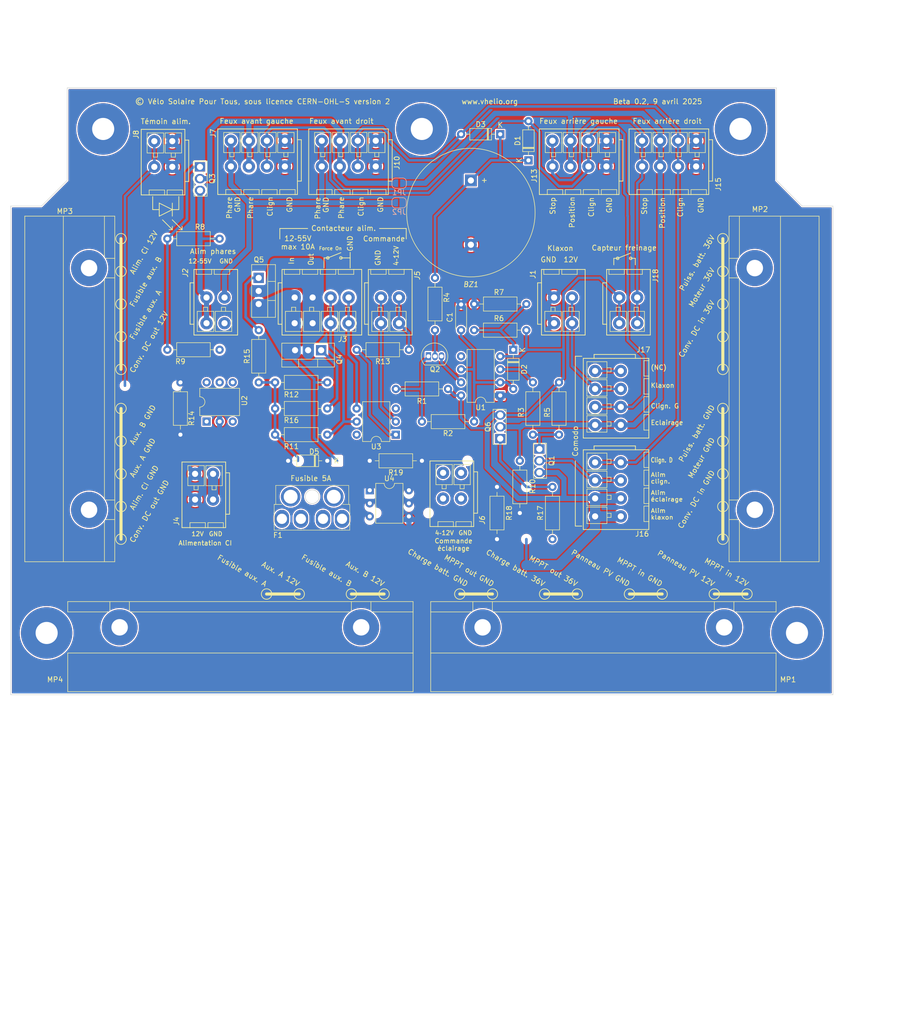
<source format=kicad_pcb>
(kicad_pcb (version 20211014) (generator pcbnew)

  (general
    (thickness 1.6)
  )

  (paper "A4")
  (layers
    (0 "F.Cu" signal)
    (31 "B.Cu" signal)
    (32 "B.Adhes" user "B.Adhesive")
    (33 "F.Adhes" user "F.Adhesive")
    (34 "B.Paste" user)
    (35 "F.Paste" user)
    (36 "B.SilkS" user "B.Silkscreen")
    (37 "F.SilkS" user "F.Silkscreen")
    (38 "B.Mask" user)
    (39 "F.Mask" user)
    (40 "Dwgs.User" user "User.Drawings")
    (41 "Cmts.User" user "User.Comments")
    (42 "Eco1.User" user "User.Eco1")
    (43 "Eco2.User" user "User.Eco2")
    (44 "Edge.Cuts" user)
    (45 "Margin" user)
    (46 "B.CrtYd" user "B.Courtyard")
    (47 "F.CrtYd" user "F.Courtyard")
    (48 "B.Fab" user)
    (49 "F.Fab" user)
    (50 "User.1" user)
    (51 "User.2" user)
    (52 "User.3" user)
    (53 "User.4" user)
    (54 "User.5" user)
    (55 "User.6" user)
    (56 "User.7" user)
    (57 "User.8" user)
    (58 "User.9" user)
  )

  (setup
    (stackup
      (layer "F.SilkS" (type "Top Silk Screen"))
      (layer "F.Paste" (type "Top Solder Paste"))
      (layer "F.Mask" (type "Top Solder Mask") (thickness 0.01))
      (layer "F.Cu" (type "copper") (thickness 0.035))
      (layer "dielectric 1" (type "core") (thickness 1.51) (material "FR4") (epsilon_r 4.5) (loss_tangent 0.02))
      (layer "B.Cu" (type "copper") (thickness 0.035))
      (layer "B.Mask" (type "Bottom Solder Mask") (thickness 0.01))
      (layer "B.Paste" (type "Bottom Solder Paste"))
      (layer "B.SilkS" (type "Bottom Silk Screen"))
      (copper_finish "None")
      (dielectric_constraints no)
    )
    (pad_to_mask_clearance 0)
    (pcbplotparams
      (layerselection 0x00010e0_ffffffff)
      (disableapertmacros false)
      (usegerberextensions false)
      (usegerberattributes true)
      (usegerberadvancedattributes true)
      (creategerberjobfile true)
      (svguseinch false)
      (svgprecision 6)
      (excludeedgelayer true)
      (plotframeref false)
      (viasonmask false)
      (mode 1)
      (useauxorigin false)
      (hpglpennumber 1)
      (hpglpenspeed 20)
      (hpglpendiameter 15.000000)
      (dxfpolygonmode true)
      (dxfimperialunits true)
      (dxfusepcbnewfont true)
      (psnegative false)
      (psa4output false)
      (plotreference true)
      (plotvalue true)
      (plotinvisibletext false)
      (sketchpadsonfab false)
      (subtractmaskfromsilk false)
      (outputformat 1)
      (mirror false)
      (drillshape 0)
      (scaleselection 1)
      (outputdirectory "")
    )
  )

  (net 0 "")
  (net 1 "GND")
  (net 2 "Net-(F1-Pad2)")
  (net 3 "Net-(D1-Pad2)")
  (net 4 "Net-(D3-Pad2)")
  (net 5 "/Phares")
  (net 6 "Net-(J13-Pad4)")
  (net 7 "Net-(J1-Pad2)")
  (net 8 "/Flasher/Out")
  (net 9 "unconnected-(J17-Pad1)")
  (net 10 "/12V_5A")
  (net 11 "/Flasher/Enable")
  (net 12 "/Contacteur Phares/Input")
  (net 13 "/Contacteur Phares/GND")
  (net 14 "/Contacteur Phares/Output")
  (net 15 "Net-(D4-Pad2)")
  (net 16 "/Conv12V_In.Vbatt")
  (net 17 "/Contacteur alim./Input")
  (net 18 "/Contacteur alim./SW_On")
  (net 19 "/Contacteur alim./GND")
  (net 20 "/Contacteur alim./Cmd_GND")
  (net 21 "/Contacteur alim./Cmd_On")
  (net 22 "/Contacteur Eclairage/Cmd_On")
  (net 23 "/Contacteur Eclairage/Cmd_GND")
  (net 24 "Net-(Q4-Pad1)")
  (net 25 "Net-(Q5-Pad1)")
  (net 26 "Net-(C1-Pad1)")
  (net 27 "Net-(D2-Pad1)")
  (net 28 "Net-(D5-Pad2)")
  (net 29 "Net-(Q1-Pad1)")
  (net 30 "Net-(Q2-Pad1)")
  (net 31 "Net-(Q2-Pad2)")
  (net 32 "Net-(Q2-Pad3)")
  (net 33 "Net-(Q3-Pad1)")
  (net 34 "Net-(Q6-Pad1)")
  (net 35 "Net-(R3-Pad1)")
  (net 36 "Net-(R9-Pad2)")
  (net 37 "Net-(R10-Pad1)")
  (net 38 "Net-(R13-Pad1)")
  (net 39 "Net-(R18-Pad2)")
  (net 40 "Net-(R19-Pad1)")
  (net 41 "unconnected-(U1-Pad5)")
  (net 42 "unconnected-(U2-Pad3)")
  (net 43 "unconnected-(U2-Pad6)")
  (net 44 "unconnected-(U3-Pad3)")
  (net 45 "unconnected-(U3-Pad6)")
  (net 46 "unconnected-(U4-Pad3)")
  (net 47 "unconnected-(U4-Pad6)")

  (footprint "circuit:Wago_221-500_SplicingConnectorHolder" (layer "F.Cu") (at 95.25 82.55 90))

  (footprint "circuit:MountingHole_5mm" (layer "F.Cu") (at 87 130))

  (footprint "Resistor_THT:R_Axial_DIN0207_L6.3mm_D2.5mm_P10.16mm_Horizontal" (layer "F.Cu") (at 147.32 74.93))

  (footprint "circuit:Buzzer_25x16_12.5" (layer "F.Cu") (at 169.545 42.01 -90))

  (footprint "Resistor_THT:R_Axial_DIN0207_L6.3mm_D2.5mm_P10.16mm_Horizontal" (layer "F.Cu") (at 174.625 101.6 -90))

  (footprint "Resistor_THT:R_Axial_DIN0207_L6.3mm_D2.5mm_P10.16mm_Horizontal" (layer "F.Cu") (at 180.34 71.12 180))

  (footprint "circuit:TO-220-3_Vertical" (layer "F.Cu") (at 140.415001 75.02 180))

  (footprint "circuit:Generic_FuseHolder_MINI" (layer "F.Cu") (at 144.475 107.805 180))

  (footprint "Resistor_THT:R_Axial_DIN0207_L6.3mm_D2.5mm_P10.16mm_Horizontal" (layer "F.Cu") (at 165.1 82.55 180))

  (footprint "Package_DIP:DIP-8_W7.62mm" (layer "F.Cu") (at 175.26 83.82 180))

  (footprint "circuit:TerminalBlock_Wago_2601-3102_1x02_P3.50mm_Vertical" (layer "F.Cu") (at 119.38 104.06 180))

  (footprint "Resistor_THT:R_Axial_DIN0207_L6.3mm_D2.5mm_P10.16mm_Horizontal" (layer "F.Cu") (at 160.02 88.9))

  (footprint "Resistor_THT:R_Axial_DIN0207_L6.3mm_D2.5mm_P10.16mm_Horizontal" (layer "F.Cu") (at 179.07 106.68 90))

  (footprint "circuit:MountingHole_5mm" (layer "F.Cu") (at 98 32))

  (footprint "circuit:TerminalBlock_Wago_2601-3104_1x04_P3.50mm_Vertical" (layer "F.Cu") (at 195.920004 39.29 180))

  (footprint "circuit:TO-251-3_Vertical" (layer "F.Cu") (at 182.88 94.23 -90))

  (footprint "Resistor_THT:R_Axial_DIN0207_L6.3mm_D2.5mm_P10.16mm_Horizontal" (layer "F.Cu") (at 110.49 74.93))

  (footprint "Diode_THT:D_DO-35_SOD27_P7.62mm_Horizontal" (layer "F.Cu") (at 141.605 96.52 180))

  (footprint "circuit:TerminalBlock_Wago_2601-3104_1x04_P3.50mm_Vertical" (layer "F.Cu") (at 213.370004 39.29 180))

  (footprint "circuit:TO-92L_Inline" (layer "F.Cu") (at 161.29 76.2))

  (footprint "circuit:MountingHole_5mm" (layer "F.Cu") (at 222 32))

  (footprint "Resistor_THT:R_Axial_DIN0207_L6.3mm_D2.5mm_P10.16mm_Horizontal" (layer "F.Cu") (at 131.445 86.36))

  (footprint "circuit:TerminalBlock_Wago_2601-3104_1x04_P3.50mm_Vertical" (layer "F.Cu") (at 133.35 39.29 180))

  (footprint "Diode_THT:D_DO-35_SOD27_P7.62mm_Horizontal" (layer "F.Cu") (at 175.26 33.02 180))

  (footprint "Resistor_THT:R_Axial_DIN0207_L6.3mm_D2.5mm_P10.16mm_Horizontal" (layer "F.Cu") (at 113.03 81.28 -90))

  (footprint "Diode_THT:D_DO-35_SOD27_P7.62mm_Horizontal" (layer "F.Cu") (at 177.8 74.93 -90))

  (footprint "Resistor_THT:R_Axial_DIN0207_L6.3mm_D2.5mm_P10.16mm_Horizontal" (layer "F.Cu") (at 181.61 81.28 -90))

  (footprint "Capacitor_THT:C_Disc_D4.3mm_W1.9mm_P5.00mm" (layer "F.Cu") (at 167.64 71.12 90))

  (footprint "Resistor_THT:R_Axial_DIN0207_L6.3mm_D2.5mm_P10.16mm_Horizontal" (layer "F.Cu") (at 162.56 71.12 90))

  (footprint "circuit:TerminalBlock_Wago_2601-3102_1x02_P3.50mm_Vertical" (layer "F.Cu") (at 152.055 64.77))

  (footprint "Diode_THT:D_DO-35_SOD27_P7.62mm_Horizontal" (layer "F.Cu") (at 180.75 38.1 90))

  (footprint "circuit:TerminalBlock_Wago_2601-3104_1x04_P3.50mm_Vertical" (layer "F.Cu") (at 198.7161 96.829996 -90))

  (footprint "circuit:TO-251-3_Vertical" (layer "F.Cu") (at 116.84 39.37 -90))

  (footprint "circuit:TerminalBlock_Wago_2601-3104_1x04_P3.50mm_Vertical" (layer "F.Cu") (at 135.255 64.77))

  (footprint "circuit:Wago_221-500_SplicingConnectorHolder" (layer "F.Cu") (at 224.79 82.55 -90))

  (footprint "Package_DIP:DIP-6_W7.62mm" (layer "F.Cu") (at 154.94 91.44 180))

  (footprint "circuit:MountingHole_5mm" (layer "F.Cu") (at 160 32))

  (footprint "circuit:TerminalBlock_Wago_2601-3102_1x02_P3.50mm_Vertical" (layer "F.Cu")
    (tedit 67E5B582) (tstamp ad280681-52bf-4c8b-ac2c-9709ca177a8f)
    (at 111.450003 39.37 180)
    (tags "Wago 2601-3102")
    (property "Sheetfile" "circuit.kicad_sch")
    (property "Sheetname" "")
    (path "/6e9cd9b5-2cb7-48b8-855f-32619e72c0d6")
    (attr through_hole)
    (fp_text reference "J8" (at 7.056003 5.334 90 unlocked) (layer "F.SilkS")
      (effects (font (size 1 1) (thickness 0.15)) (justify left))
      (tstamp 01e6719e-9dcc-49b4-83bd-29865c70ede1)
    )
    (fp_text value "Conn_Indicateur_Alim" (at 6.35 12.7 180 unlocked) (layer "F.Fab")
      (effects (font (size 1 1) (thickness 0.15)))
      (tstamp 226ba779-52a5-430e-8724-687eedb9994a)
    )
    (fp_text user "${REFERENCE}" (at -2.54 8.89 180 unlocked) (layer "F.Fab")
      (effects (font (size 1 1) (thickness 0.15)) (justify left))
      (tstamp 66b292fe-b076-4a06-a7c0-1ada692a3a1c)
    )
    (fp_line (start 0.200004 2.7) (end 0.200004 1.9) (layer "F.SilkS") (width 0.12) (tstamp 055344df-a143-4136-b771-d336538fb7af))
    (fp_line (start 6.050002 -5.449999) (end 6.050002 7.300001) (layer "F.SilkS") (width 0.1524) (tstamp 0bf7f6d2-f9ad-418f-a859-2bdac7c5ae6a))
    (fp_line (start 1.000004 -4.5) (end -1.999996 -4.5) (layer "F.SilkS") (width 0.12) (tstamp 172a5f2e-4b05-4695-a29c-fa4177c4b3cb))
    (fp_line (start -1.799996 2.7) (end 1.400004 2.7) (layer "F.SilkS") (width 0.12) (tstamp 2bda51c6-7fa4-46ce-ae16-9432d8e95181))
    (fp_line (start -2.449999 -5.449999) (end 6.050002 -5.449999) (layer "F.SilkS") (width 0.1524) (tstamp 2fe5d3e2-bddb-4587-bded-427cfce568b9))
    (fp_line (start -2.449998 -2.849999) (end -3.199999 -2.849999) (layer "F.SilkS") (width 0.1524) (tstamp 37130413-1809-47b9-8303-cea1ae047af6))
    (fp_line (start 1.400004 6.6) (end -1.799996 6.6) (layer "F.SilkS") (width 0.12) (tstamp 3e95dbad-cf0c-49ac-9feb-4e066d548718))
    (fp_line (start 1.500004 -4.5) (end 1.500004 -5.5) (layer "F.SilkS") (width 0.12) (tstamp 447f988c-93f8-4098-90d3-450e5b33e37e))
    (fp_line (start -2.449998 5.2) (end -3.199999 5.2) (layer "F.SilkS") (width 0.1524) (tstamp 480dd182-3993-417f-8df5-e200a1f80d68))
    (fp_line (start 1.700004 2.7) (end 4.900004 2.7) (layer "F.SilkS") (width 0.12) (tstamp 51a339e0-742b-4f55-ac2a-68cbce2af206))
    (fp_line (start 4.500004 -4.5) (end 1.500004 -4.5) (layer "F.SilkS") (width 0.12) (tstamp 5cc9ce62-9d95-47ab-92a1-556a194f8c63))
    (fp_line (start 4.900004 6.6) (end 1.700004 6.6) (layer "F.SilkS") (width 0.12) (tstamp 6b8e3659-a647-4450-8987-9cf793c52fd5))
    (fp_line (start -2.449999 7.300001) (end -2.449999 -5.449999) (layer "F.SilkS") (width 0.1524) (tstamp 6f53efb7-db48-45d9-80c1-507b9960ad08))
    (fp_line (start 3.700004 1.9) (end 2.900004 1.9) (layer "F.SilkS") (width 0.12) (tstamp 84bb1473-531d-4720-ba3b-1fc557b46054))
    (fp_line (start 4.900004 2.7) (end 4.900004 6.6) (layer "F.SilkS") (width 0.12) (tstamp 874081a4-b3f7-4615-9506-53da689e2116))
    (fp_line (start -1.999996 -4.5) (end -1.999996 -5.5) (layer "F.SilkS") (width 0.12) (tstamp 890b243b-b04d-4f29-ab51-41f7ecadcda7))
    (fp_line (start 1.400004 2.7) (end 1.400004 6.6) (layer "F.SilkS") (width 0.12) (tstamp 9a0efaaf-2136-4026-b3c2-edfb6e83a75f))
    (fp_line (start 1.000004 -5.5) (end 1.000004 -4.5) (layer "F.SilkS") (width 0.12) (tstamp aa41a8c3-0e56-44b4-a82b-0213f5a70b0a))
    (fp_line (start 3.700004 2.7) (end 3.700004 1.9) (layer "F.SilkS") (width 0.12) (tstamp c0508555-6424-4fad-9226-ea42a1633de9))
    (fp_line (start 2.900004 1.9) (end 2.900004 2.7) (layer "F.SilkS") (width 0.12) (tstamp c37f20c4-30c5-4386-b6e8-dfff5caa39b4))
    (fp_line (start 4.500004 -5.5) (end 4.500004 -4.5) (layer "F.SilkS") (width 0.12) (tstamp c3a8f970-2a4a-4a9c-b215-e4de5eebaf7d))
    (fp_line (start -1.799996 6.6) (end -1.799996 2.7) (layer "F.SilkS") (width 0.12) (tstamp cf2c6647-6755-4742-aaa1-c5903da09b5e))
    (fp_line (start -2.449999 7.300001) (end 6.050002 7.300001) (layer "F.SilkS") (width 0.1524) (tstamp d52c2de8-ba2b-4089-b214-05a4b7a1c4e9))
    (fp_line (start -3.199999 5.2) (end -3.199999 -2.849999) (layer "F.SilkS") (width 0.1524) (tstamp e7635299-8a9a-43d3-8b3b-95319ccda23b))
    (fp_line (start 0.200004 1.9) (end -0.599996 1.9) (layer "F.SilkS") (width 0.12) (tstamp eaa75a45-f2f9-4305-98ea-dd8a5d8f3404))
    (fp_line (start -0.599996 1.9) (end -0.599996 2.7) (layer "F.SilkS") (width 0.12) (tstamp f1ea6538-b56f-40f6-b846-910db16dc20a))
    (fp_line (start 1.700004 6.6) (end 1.700004 2.7) (layer "F.SilkS") (width 0.12) (tstamp fbb1d5ec-8996-4f56-8e52-da703f4d2e64))
    (fp_line (start -3.453998 7.554001) (end 6.304002 7.554001) (layer "F.CrtYd") (width 0.1524) (tstamp 036dd9cc-d33e-4cbc-95b3-3504fede4aec))
    (fp_line (start 6.304002 7.554001) (end 6.304002 -5.703999) (layer "F.CrtYd") (width 0.1524) (tstamp 2be1ad9c-f5ad-4393-8d1b-255265215f24))
    (fp_line (start 6.304002 -5.703999) (end -3.453998 -5.703999) (layer "F.CrtYd") (width 0.1524) (tstamp 46255798-4fe0-48db-95bb-e8657595928f))
    (fp_line (start -3.453998 -5.703999) (end -3.453998 7.554001) (layer "F.CrtYd") (width 0.1524) (tstamp fad1fd43-7d33-4667-863c-8ca08b2707f7))
    (fp_line (start 1.000004 -13.5) (end -1.999996 -13.5) (layer "F.Fab") (width 0.1) (tstamp 084b8c5d-9271-4ac8-85c9-4061ca2c5241))
    (fp_line (start -1.999996 -13.5) (end -1.999996 -5.5) (layer "F.Fab") (width 0.1) (tstamp 1e9e3dc3-60cb-4dbd-9950-5015d3a5554c))
    (fp_line (start -2.449999 -5.449999) (end 6.05 -5.45) (layer "F.Fab") (width 0.0254) (tstamp 20e0f39f-a516-4513-b954-687df20c7938))
    (fp_line (start 1.500004 -5.5) (end 4.500004 -5.5) (layer "F.Fab") (width 0.1) (tstamp 281e3047-1dee-4c1f-abcc-3ec78c07b9d2))
    (fp_line (start -2.449998 -2.849999) (end -3.199999 -2.849999) (layer "F.Fab") (width 0.0254) (tstamp 2838e18b-615f-4dc1-a560-afebf8a14ac0))
    (fp_line (start 1.500004 -13.5) (end 1.500004 -5.5) (layer "F.Fab") (width 0.1) (tstamp 375a73bc-0e9f-4b07-be05-baa0ea4834df))
    (fp_line (start -2.449999 7.300001) (end 6.05 7.3) (layer "F.Fab") (width 0.0254) (tstamp 47e7736f-c1e0-4e8f-9d69-5a42b72ff067))
    (fp_line (start 4.500004 -13.5) (end 1.500004 -13.5) (layer "F.Fab") (width 0.1) (tstamp 862dc70f-7dc2-4117-aa37-5ef6063c3df4))
    (fp_line (start -1.999996 -5.5) (end 1.000004 -5.5) (layer "F.Fab") (width 0.1) (tstamp a264b89d-0a12-4e75-9c30-5e3d238c19e2))
    (fp_line (start 4.500004 -5.5) (end 4.500004 -13.5) (layer "F.Fab") (width 0.1) (tstamp a57a00d3-d2f9-406e-8339-5cc2aa251b6a))
    (fp_line (start -3.199999 5.2) (end -3.199999 -2.849999) (layer "F.Fab") (width 0.0254) (tstamp c25e5526-d36c-4326-a80b-e065b988306c))
    (fp_line (start 6.05 -5.45) (end 6.05 7.3) (layer "F.Fab") (width 0.0254) (tstamp d70b3483-f6ee-4d0e-af72-efbabafa5502))
    (fp_line (start 1.000004 -5.5) (end 1.000004 -13.5) (layer "F.Fab") (width 0.1) (tstamp db13f834-9398-4491-8f81-d656a6ff9ec3))
    (fp_line (start -2.449998 5.2) (end -3.199999 5.2) (layer "F.Fab") (width 0.0254) (tstamp dca10a6c-b513-45f6-bfa6-c3d42471561a))
    (fp_line (start -2.449999 7.300001) (end -2.449999 -5.449999) (layer "F.Fab") (width 0.0254) (tstamp eb190e03-2594-4691-9d6e-1bfdf1facede))
    (pad "1" thru_hole circle (at 0 5 180) (size 2.4 2.4) (drill 1.2) (layers *.Cu *.Mask)
      (net 1 "GND") (pinfunction "-") (pintype "power_in") (tstamp 10bcd881-4b05-4ea6-bdb8-d4bc42a44033))
    (pad "1" thru_hole circle (at 0 0 180) (size 2.4 2.4) (drill 1.2) (layers *.Cu *.Mask)
      (net 1 "GND") (pinfunction "-") (pintype "power_in") (tstamp 52477310-b288-4772-903b-6aa290fc40f8))
    (pad "2" thru_hole circle (at 3.500003 0 180) (size 2.4 2.4) (drill 1.2) (layers *.Cu *.Mask)
      (net 15 "Net-(D4-Pad2)") (pinfunction "+") (pintype "passive") (tstamp 51b7dceb-af3a-4949-9f3e-1faf1dfec020))
    (pad "2" thru_hole circle (at 3.500003 5 180) (size 2.4 2.4) (drill 1.2) (layers *.Cu *.Mask)
      (net 15 "Net-(D4-Pad2)") (pinfunction "+") (pintype "passive") (tstamp 66700e06-ed
... [1594607 chars truncated]
</source>
